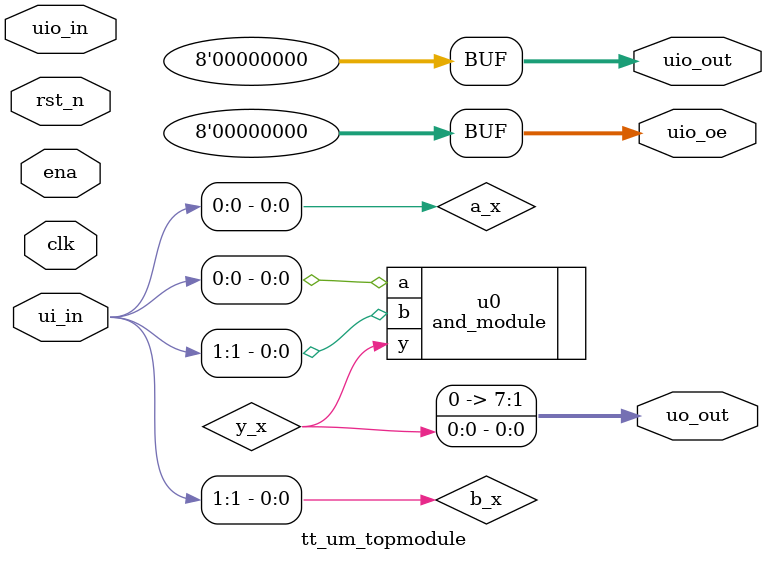
<source format=sv>
module tt_um_topmodule (
    input  wire [7:0] ui_in,    // Dedicated inputs
    output wire [7:0] uo_out,   // Dedicated outputs
    input  wire [7:0] uio_in,   // IOs: Input path
    output wire [7:0] uio_out,  // IOs: Output path
    output wire [7:0] uio_oe,   // IOs: Enable path (active high: 0=input, 1=output)
    input  wire       ena,      // always 1 when the design is powered, so you can ignore it
    input  wire       clk,      // clock
    input  wire       rst_n     // reset_n - low to reset
);

    and_module u0 ( // <--- Your module
        .a(a_x),
        .b(b_x),
        .y(y_x)
    );

    // ! DO NOT TOUCH !
    logic a_x, b_x, y_x;

    assign a_x = ui_in[0];
    assign b_x = ui_in[1];

    assign uo_out[0] = y_x;

    assign uo_out[7:1] = '0;

    assign uio_out      = '0;
    assign uio_oe       = '0;
endmodule

</source>
